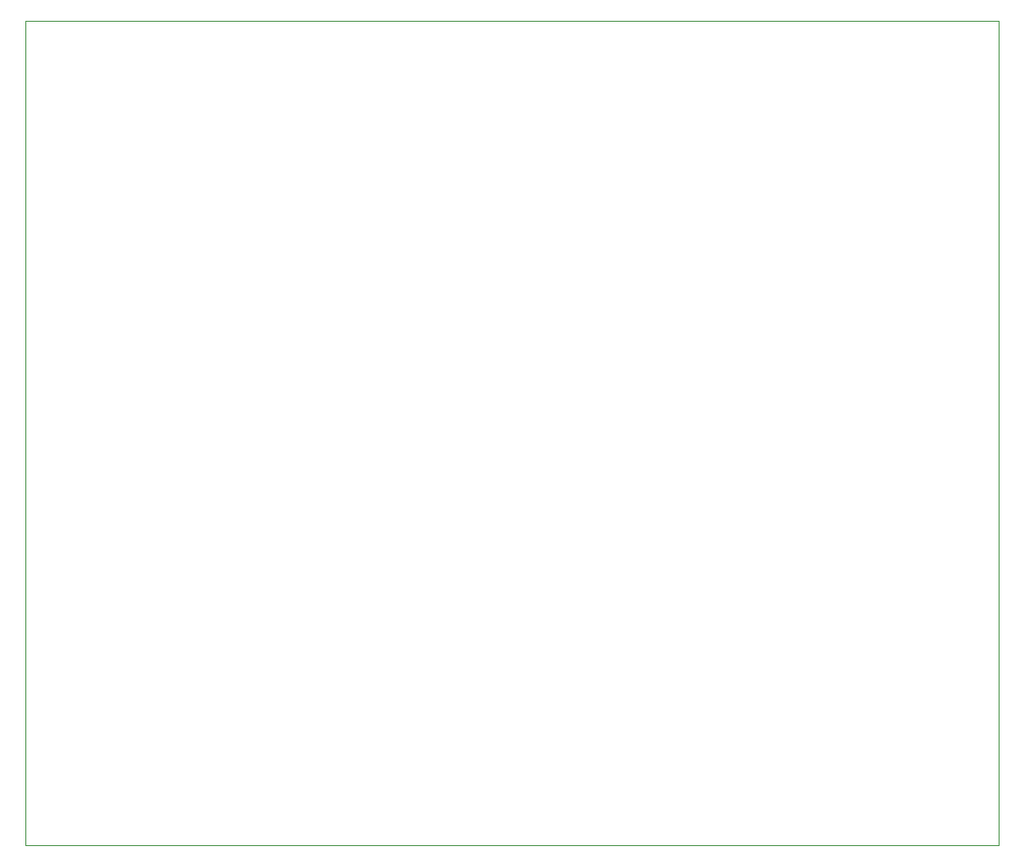
<source format=gbr>
G04 #@! TF.GenerationSoftware,KiCad,Pcbnew,(6.0.2)*
G04 #@! TF.CreationDate,2022-07-18T21:19:02-05:00*
G04 #@! TF.ProjectId,paperd_ink_rev4,70617065-7264-45f6-996e-6b5f72657634,rev?*
G04 #@! TF.SameCoordinates,Original*
G04 #@! TF.FileFunction,AssemblyDrawing,Top*
%FSLAX46Y46*%
G04 Gerber Fmt 4.6, Leading zero omitted, Abs format (unit mm)*
G04 Created by KiCad (PCBNEW (6.0.2)) date 2022-07-18 21:19:02*
%MOMM*%
%LPD*%
G01*
G04 APERTURE LIST*
%ADD10C,0.120000*%
G04 APERTURE END LIST*
D10*
X102565000Y-62680000D02*
X193565000Y-62680000D01*
X193565000Y-62680000D02*
X193565000Y-139680000D01*
X193565000Y-139680000D02*
X102565000Y-139680000D01*
X102565000Y-139680000D02*
X102565000Y-62680000D01*
M02*

</source>
